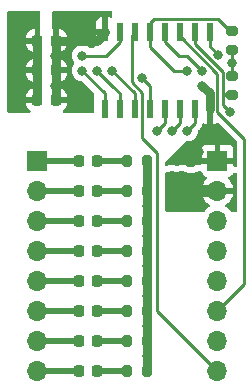
<source format=gbr>
%TF.GenerationSoftware,KiCad,Pcbnew,7.0.8*%
%TF.CreationDate,2023-10-11T21:25:33+02:00*%
%TF.ProjectId,test_sr,74657374-5f73-4722-9e6b-696361645f70,rev?*%
%TF.SameCoordinates,Original*%
%TF.FileFunction,Copper,L1,Top*%
%TF.FilePolarity,Positive*%
%FSLAX46Y46*%
G04 Gerber Fmt 4.6, Leading zero omitted, Abs format (unit mm)*
G04 Created by KiCad (PCBNEW 7.0.8) date 2023-10-11 21:25:33*
%MOMM*%
%LPD*%
G01*
G04 APERTURE LIST*
G04 Aperture macros list*
%AMRoundRect*
0 Rectangle with rounded corners*
0 $1 Rounding radius*
0 $2 $3 $4 $5 $6 $7 $8 $9 X,Y pos of 4 corners*
0 Add a 4 corners polygon primitive as box body*
4,1,4,$2,$3,$4,$5,$6,$7,$8,$9,$2,$3,0*
0 Add four circle primitives for the rounded corners*
1,1,$1+$1,$2,$3*
1,1,$1+$1,$4,$5*
1,1,$1+$1,$6,$7*
1,1,$1+$1,$8,$9*
0 Add four rect primitives between the rounded corners*
20,1,$1+$1,$2,$3,$4,$5,0*
20,1,$1+$1,$4,$5,$6,$7,0*
20,1,$1+$1,$6,$7,$8,$9,0*
20,1,$1+$1,$8,$9,$2,$3,0*%
G04 Aperture macros list end*
%TA.AperFunction,SMDPad,CuDef*%
%ADD10RoundRect,0.200000X0.275000X-0.200000X0.275000X0.200000X-0.275000X0.200000X-0.275000X-0.200000X0*%
%TD*%
%TA.AperFunction,SMDPad,CuDef*%
%ADD11RoundRect,0.200000X-0.275000X0.200000X-0.275000X-0.200000X0.275000X-0.200000X0.275000X0.200000X0*%
%TD*%
%TA.AperFunction,SMDPad,CuDef*%
%ADD12RoundRect,0.225000X0.225000X0.250000X-0.225000X0.250000X-0.225000X-0.250000X0.225000X-0.250000X0*%
%TD*%
%TA.AperFunction,SMDPad,CuDef*%
%ADD13RoundRect,0.218750X0.218750X0.256250X-0.218750X0.256250X-0.218750X-0.256250X0.218750X-0.256250X0*%
%TD*%
%TA.AperFunction,SMDPad,CuDef*%
%ADD14RoundRect,0.200000X-0.200000X-0.275000X0.200000X-0.275000X0.200000X0.275000X-0.200000X0.275000X0*%
%TD*%
%TA.AperFunction,ComponentPad*%
%ADD15R,1.700000X1.700000*%
%TD*%
%TA.AperFunction,ComponentPad*%
%ADD16O,1.700000X1.700000*%
%TD*%
%TA.AperFunction,SMDPad,CuDef*%
%ADD17RoundRect,0.137500X0.137500X-0.662500X0.137500X0.662500X-0.137500X0.662500X-0.137500X-0.662500X0*%
%TD*%
%TA.AperFunction,ViaPad*%
%ADD18C,0.800000*%
%TD*%
%TA.AperFunction,Conductor*%
%ADD19C,0.250000*%
%TD*%
%TA.AperFunction,Conductor*%
%ADD20C,1.000000*%
%TD*%
%TA.AperFunction,Conductor*%
%ADD21C,0.750000*%
%TD*%
%TA.AperFunction,Conductor*%
%ADD22C,0.500000*%
%TD*%
G04 APERTURE END LIST*
D10*
%TO.P,R10,1*%
%TO.N,/N_SR_CLR*%
X62230000Y-50355000D03*
%TO.P,R10,2*%
%TO.N,GND*%
X62230000Y-48705000D03*
%TD*%
D11*
%TO.P,R9,1*%
%TO.N,/N_OE*%
X62230000Y-44895000D03*
%TO.P,R9,2*%
%TO.N,GND*%
X62230000Y-46545000D03*
%TD*%
D12*
%TO.P,C3,1*%
%TO.N,+3.3V*%
X47270000Y-45720000D03*
%TO.P,C3,2*%
%TO.N,GND*%
X45720000Y-45720000D03*
%TD*%
D13*
%TO.P,D7,1,K*%
%TO.N,Net-(D7-K)*%
X50800000Y-71120000D03*
%TO.P,D7,2,A*%
%TO.N,/QG*%
X49225000Y-71120000D03*
%TD*%
D12*
%TO.P,C1,1*%
%TO.N,+3.3V*%
X47270000Y-50740000D03*
%TO.P,C1,2*%
%TO.N,GND*%
X45720000Y-50740000D03*
%TD*%
D13*
%TO.P,D2,1,K*%
%TO.N,Net-(D2-K)*%
X50800000Y-58420000D03*
%TO.P,D2,2,A*%
%TO.N,/QB*%
X49225000Y-58420000D03*
%TD*%
D14*
%TO.P,R8,1*%
%TO.N,Net-(D8-K)*%
X53340000Y-73660000D03*
%TO.P,R8,2*%
%TO.N,GND*%
X54990000Y-73660000D03*
%TD*%
D15*
%TO.P,J1,1,Pin_1*%
%TO.N,/QA*%
X45720000Y-55880000D03*
D16*
%TO.P,J1,2,Pin_2*%
%TO.N,/QB*%
X45720000Y-58420000D03*
%TO.P,J1,3,Pin_3*%
%TO.N,/QC*%
X45720000Y-60960000D03*
%TO.P,J1,4,Pin_4*%
%TO.N,/QD*%
X45720000Y-63500000D03*
%TO.P,J1,5,Pin_5*%
%TO.N,/QE*%
X45720000Y-66040000D03*
%TO.P,J1,6,Pin_6*%
%TO.N,/QF*%
X45720000Y-68580000D03*
%TO.P,J1,7,Pin_7*%
%TO.N,/QG*%
X45720000Y-71120000D03*
%TO.P,J1,8,Pin_8*%
%TO.N,/QH*%
X45720000Y-73660000D03*
%TD*%
D13*
%TO.P,D6,1,K*%
%TO.N,Net-(D6-K)*%
X50800000Y-68580000D03*
%TO.P,D6,2,A*%
%TO.N,/QF*%
X49225000Y-68580000D03*
%TD*%
D12*
%TO.P,C2,1*%
%TO.N,+3.3V*%
X47270000Y-48230000D03*
%TO.P,C2,2*%
%TO.N,GND*%
X45720000Y-48230000D03*
%TD*%
D14*
%TO.P,R5,1*%
%TO.N,Net-(D5-K)*%
X53340000Y-66040000D03*
%TO.P,R5,2*%
%TO.N,GND*%
X54990000Y-66040000D03*
%TD*%
%TO.P,R2,1*%
%TO.N,Net-(D2-K)*%
X53340000Y-58420000D03*
%TO.P,R2,2*%
%TO.N,GND*%
X54990000Y-58420000D03*
%TD*%
%TO.P,R3,1*%
%TO.N,Net-(D3-K)*%
X53340000Y-60960000D03*
%TO.P,R3,2*%
%TO.N,GND*%
X54990000Y-60960000D03*
%TD*%
%TO.P,R4,1*%
%TO.N,Net-(D4-K)*%
X53340000Y-63500000D03*
%TO.P,R4,2*%
%TO.N,GND*%
X54990000Y-63500000D03*
%TD*%
%TO.P,R6,1*%
%TO.N,Net-(D6-K)*%
X53340000Y-68580000D03*
%TO.P,R6,2*%
%TO.N,GND*%
X54990000Y-68580000D03*
%TD*%
D15*
%TO.P,J2,1,Pin_1*%
%TO.N,GND*%
X60960000Y-55880000D03*
D16*
%TO.P,J2,2,Pin_2*%
%TO.N,+3.3V*%
X60960000Y-58420000D03*
%TO.P,J2,3,Pin_3*%
%TO.N,/SEROUT*%
X60960000Y-60960000D03*
%TO.P,J2,4,Pin_4*%
%TO.N,/N_SR_CLR*%
X60960000Y-63500000D03*
%TO.P,J2,5,Pin_5*%
%TO.N,/R_CLK*%
X60960000Y-66040000D03*
%TO.P,J2,6,Pin_6*%
%TO.N,/SR_CLK*%
X60960000Y-68580000D03*
%TO.P,J2,7,Pin_7*%
%TO.N,/N_OE*%
X60960000Y-71120000D03*
%TO.P,J2,8,Pin_8*%
%TO.N,/SER*%
X60960000Y-73660000D03*
%TD*%
D13*
%TO.P,D1,1,K*%
%TO.N,Net-(D1-K)*%
X50800000Y-55880000D03*
%TO.P,D1,2,A*%
%TO.N,/QA*%
X49225000Y-55880000D03*
%TD*%
D14*
%TO.P,R7,1*%
%TO.N,Net-(D7-K)*%
X53340000Y-71120000D03*
%TO.P,R7,2*%
%TO.N,GND*%
X54990000Y-71120000D03*
%TD*%
D13*
%TO.P,D3,1,K*%
%TO.N,Net-(D3-K)*%
X50800000Y-60960000D03*
%TO.P,D3,2,A*%
%TO.N,/QC*%
X49225000Y-60960000D03*
%TD*%
%TO.P,D8,1,K*%
%TO.N,Net-(D8-K)*%
X50800000Y-73660000D03*
%TO.P,D8,2,A*%
%TO.N,/QH*%
X49225000Y-73660000D03*
%TD*%
%TO.P,D5,1,K*%
%TO.N,Net-(D5-K)*%
X50800000Y-66040000D03*
%TO.P,D5,2,A*%
%TO.N,/QE*%
X49225000Y-66040000D03*
%TD*%
D17*
%TO.P,U1,1,QB*%
%TO.N,/QB*%
X51435000Y-51510000D03*
%TO.P,U1,2,QC*%
%TO.N,/QC*%
X52705000Y-51510000D03*
%TO.P,U1,3,QD*%
%TO.N,/QD*%
X53975000Y-51510000D03*
%TO.P,U1,4,QE*%
%TO.N,/QE*%
X55245000Y-51510000D03*
%TO.P,U1,5,QF*%
%TO.N,/QF*%
X56515000Y-51510000D03*
%TO.P,U1,6,QG*%
%TO.N,/QG*%
X57785000Y-51510000D03*
%TO.P,U1,7,QH*%
%TO.N,/QH*%
X59055000Y-51510000D03*
%TO.P,U1,8,GND*%
%TO.N,GND*%
X60325000Y-51510000D03*
%TO.P,U1,9,QH'*%
%TO.N,/SEROUT*%
X60325000Y-45010000D03*
%TO.P,U1,10,~{SRCLR}*%
%TO.N,/N_SR_CLR*%
X59055000Y-45010000D03*
%TO.P,U1,11,SRCLK*%
%TO.N,/SR_CLK*%
X57785000Y-45010000D03*
%TO.P,U1,12,RCLK*%
%TO.N,/R_CLK*%
X56515000Y-45010000D03*
%TO.P,U1,13,~{OE}*%
%TO.N,/N_OE*%
X55245000Y-45010000D03*
%TO.P,U1,14,SER*%
%TO.N,/SER*%
X53975000Y-45010000D03*
%TO.P,U1,15,QA*%
%TO.N,/QA*%
X52705000Y-45010000D03*
%TO.P,U1,16,VCC*%
%TO.N,+3.3V*%
X51435000Y-45010000D03*
%TD*%
D14*
%TO.P,R1,1*%
%TO.N,Net-(D1-K)*%
X53340000Y-55880000D03*
%TO.P,R1,2*%
%TO.N,GND*%
X54990000Y-55880000D03*
%TD*%
D13*
%TO.P,D4,1,K*%
%TO.N,Net-(D4-K)*%
X50800000Y-63500000D03*
%TO.P,D4,2,A*%
%TO.N,/QD*%
X49225000Y-63500000D03*
%TD*%
D18*
%TO.N,GND*%
X59436000Y-55118000D03*
X60452000Y-53594000D03*
X61468000Y-53594000D03*
%TO.N,+3.3V*%
X57112500Y-59690000D03*
X57949500Y-59690000D03*
X57949500Y-57150000D03*
X57112500Y-57150000D03*
X59436000Y-59690000D03*
X59436000Y-57150000D03*
X59436000Y-58420000D03*
X47244000Y-49530000D03*
X47244000Y-46990000D03*
%TO.N,/SEROUT*%
X61033149Y-46916850D03*
%TO.N,GND*%
X62230000Y-47625000D03*
X54990000Y-67310000D03*
X54990000Y-62230000D03*
X54990000Y-59690000D03*
X54990000Y-64770000D03*
X59690000Y-49530000D03*
X45720000Y-49530000D03*
X45720000Y-46990000D03*
X54990000Y-69850000D03*
X54990000Y-72390000D03*
%TO.N,+3.3V*%
X49530000Y-45720000D03*
%TO.N,/QA*%
X49530000Y-46990000D03*
%TO.N,/QB*%
X49530000Y-48260000D03*
%TO.N,/QC*%
X50800000Y-48260000D03*
%TO.N,/QD*%
X52070000Y-48260000D03*
%TO.N,/QE*%
X54610000Y-48895000D03*
%TO.N,/QF*%
X55880000Y-53340000D03*
%TO.N,/QG*%
X57150000Y-53340000D03*
%TO.N,/QH*%
X58420000Y-53340000D03*
%TO.N,/N_SR_CLR*%
X62020750Y-51771250D03*
%TO.N,/R_CLK*%
X59690000Y-48260000D03*
%TO.N,/N_OE*%
X58420000Y-48260000D03*
%TD*%
D19*
%TO.N,/SR_CLK*%
X63246000Y-54021805D02*
X63246000Y-66294000D01*
X60960000Y-51735805D02*
X63246000Y-54021805D01*
X63246000Y-66294000D02*
X60960000Y-68580000D01*
X60960000Y-48504695D02*
X60960000Y-51735805D01*
X57785000Y-45329695D02*
X60960000Y-48504695D01*
X57785000Y-45010000D02*
X57785000Y-45329695D01*
%TO.N,/N_SR_CLR*%
X62020750Y-51771250D02*
X61430000Y-51180500D01*
X61430000Y-51180500D02*
X61430000Y-50165000D01*
%TO.N,/SEROUT*%
X61341000Y-60960000D02*
X60960000Y-60960000D01*
D20*
%TO.N,+3.3V*%
X60960000Y-58420000D02*
X59436000Y-58420000D01*
X61007750Y-58420000D02*
X59436000Y-58420000D01*
D19*
%TO.N,/SER*%
X55880000Y-68580000D02*
X60960000Y-73660000D01*
X55880000Y-55245000D02*
X55880000Y-68580000D01*
X54610000Y-50163604D02*
X54610000Y-53975000D01*
X54610000Y-53975000D02*
X55880000Y-55245000D01*
X53700000Y-49253604D02*
X54610000Y-50163604D01*
X53700000Y-45285000D02*
X53700000Y-49253604D01*
X53975000Y-45010000D02*
X53700000Y-45285000D01*
D21*
%TO.N,+3.3V*%
X47270000Y-49504000D02*
X47270000Y-48230000D01*
X47244000Y-49530000D02*
X47270000Y-49504000D01*
X47270000Y-49556000D02*
X47244000Y-49530000D01*
X47270000Y-46964000D02*
X47270000Y-45720000D01*
D19*
X47244000Y-46990000D02*
X47270000Y-46964000D01*
X47270000Y-47016000D02*
X47244000Y-46990000D01*
%TO.N,/SEROUT*%
X60325000Y-46208701D02*
X61033149Y-46916850D01*
X60325000Y-45010000D02*
X60325000Y-46208701D01*
%TO.N,GND*%
X62230000Y-47625000D02*
X62230000Y-48705000D01*
X62230000Y-46545000D02*
X62230000Y-47625000D01*
%TO.N,/N_OE*%
X62040000Y-44895000D02*
X62230000Y-44895000D01*
X61030000Y-43885000D02*
X62040000Y-44895000D01*
%TO.N,/N_SR_CLR*%
X62230000Y-50355000D02*
X61875000Y-50355000D01*
X61620000Y-50355000D02*
X61430000Y-50165000D01*
X62230000Y-50355000D02*
X61620000Y-50355000D01*
X61430000Y-48338299D02*
X61430000Y-50165000D01*
X59055000Y-45963299D02*
X61430000Y-48338299D01*
%TO.N,/N_OE*%
X55245000Y-44210000D02*
X55570000Y-43885000D01*
X55570000Y-43885000D02*
X61030000Y-43885000D01*
X55245000Y-45010000D02*
X55245000Y-44210000D01*
D22*
%TO.N,Net-(D1-K)*%
X50800000Y-55880000D02*
X53340000Y-55880000D01*
%TO.N,Net-(D2-K)*%
X50800000Y-58420000D02*
X53340000Y-58420000D01*
%TO.N,Net-(D3-K)*%
X50800000Y-60960000D02*
X53340000Y-60960000D01*
%TO.N,Net-(D4-K)*%
X50800000Y-63500000D02*
X53340000Y-63500000D01*
%TO.N,Net-(D5-K)*%
X50800000Y-66040000D02*
X53340000Y-66040000D01*
%TO.N,Net-(D6-K)*%
X50800000Y-68580000D02*
X53340000Y-68580000D01*
%TO.N,Net-(D7-K)*%
X50800000Y-71120000D02*
X53340000Y-71120000D01*
%TO.N,Net-(D8-K)*%
X50800000Y-73660000D02*
X53340000Y-73660000D01*
D21*
%TO.N,GND*%
X45720000Y-49530000D02*
X45720000Y-48230000D01*
X60325000Y-51510000D02*
X60325000Y-50165000D01*
X60325000Y-50165000D02*
X59690000Y-49530000D01*
X45720000Y-46990000D02*
X45720000Y-48230000D01*
X45720000Y-45720000D02*
X45720000Y-46990000D01*
X45720000Y-50740000D02*
X45720000Y-49530000D01*
X54990000Y-55880000D02*
X54990000Y-73660000D01*
D19*
X45720000Y-50740000D02*
X45720000Y-50800000D01*
D21*
%TO.N,+3.3V*%
X47270000Y-48230000D02*
X47270000Y-47016000D01*
X50725000Y-45720000D02*
X49530000Y-45720000D01*
X51435000Y-45010000D02*
X50725000Y-45720000D01*
X49530000Y-45720000D02*
X47270000Y-45720000D01*
X47270000Y-50740000D02*
X47270000Y-49556000D01*
D22*
%TO.N,/QA*%
X49225000Y-55880000D02*
X45720000Y-55880000D01*
D19*
X51525000Y-46990000D02*
X49530000Y-46990000D01*
X52705000Y-45810000D02*
X51525000Y-46990000D01*
X52705000Y-45010000D02*
X52705000Y-45810000D01*
%TO.N,/QB*%
X51435000Y-50165000D02*
X49530000Y-48260000D01*
D22*
X49225000Y-58420000D02*
X45720000Y-58420000D01*
D19*
X51435000Y-51510000D02*
X51435000Y-50165000D01*
%TO.N,/QC*%
X52705000Y-50165000D02*
X52070000Y-49530000D01*
X52705000Y-51510000D02*
X52705000Y-50165000D01*
D22*
X45720000Y-60960000D02*
X49225000Y-60960000D01*
D19*
X52070000Y-49530000D02*
X50800000Y-48260000D01*
D22*
%TO.N,/QD*%
X45720000Y-63500000D02*
X49225000Y-63500000D01*
D19*
X53975000Y-51510000D02*
X53975000Y-50165000D01*
X53975000Y-50165000D02*
X52070000Y-48260000D01*
D22*
%TO.N,/QE*%
X45720000Y-66040000D02*
X49225000Y-66040000D01*
D19*
X55245000Y-51510000D02*
X55245000Y-49530000D01*
X55245000Y-49530000D02*
X54610000Y-48895000D01*
%TO.N,/QF*%
X56515000Y-51510000D02*
X56515000Y-52705000D01*
D22*
X45720000Y-68580000D02*
X49225000Y-68580000D01*
D19*
X56515000Y-52705000D02*
X55880000Y-53340000D01*
%TO.N,/QG*%
X57785000Y-52705000D02*
X57150000Y-53340000D01*
D22*
X45720000Y-71120000D02*
X49225000Y-71120000D01*
D19*
X57785000Y-51510000D02*
X57785000Y-52705000D01*
%TO.N,/QH*%
X59055000Y-52705000D02*
X58420000Y-53340000D01*
X59055000Y-51510000D02*
X59055000Y-52705000D01*
D22*
X45720000Y-73660000D02*
X49225000Y-73660000D01*
D19*
%TO.N,/N_SR_CLR*%
X59055000Y-45010000D02*
X59055000Y-45963299D01*
%TO.N,/R_CLK*%
X58420000Y-46990000D02*
X59690000Y-48260000D01*
X57695000Y-46990000D02*
X58420000Y-46990000D01*
X56515000Y-45010000D02*
X56515000Y-45810000D01*
X56515000Y-45810000D02*
X57695000Y-46990000D01*
%TO.N,/N_OE*%
X55245000Y-46245926D02*
X57259074Y-48260000D01*
X55245000Y-45010000D02*
X55245000Y-46245926D01*
X57259074Y-48260000D02*
X58420000Y-48260000D01*
%TD*%
%TA.AperFunction,Conductor*%
%TO.N,GND*%
G36*
X45917039Y-43200185D02*
G01*
X45962794Y-43252989D01*
X45974000Y-43304500D01*
X45974000Y-44689638D01*
X45970000Y-44703260D01*
X45970000Y-46721867D01*
X45971166Y-46724003D01*
X45974000Y-46750361D01*
X45974000Y-47199638D01*
X45970000Y-47213260D01*
X45970000Y-49231867D01*
X45971166Y-49234003D01*
X45974000Y-49260361D01*
X45974000Y-49709638D01*
X45970000Y-49723260D01*
X45970000Y-50866000D01*
X45950315Y-50933039D01*
X45897511Y-50978794D01*
X45846000Y-50990000D01*
X44770001Y-50990000D01*
X44770001Y-51038322D01*
X44780144Y-51137607D01*
X44833452Y-51298481D01*
X44833457Y-51298492D01*
X44922424Y-51442728D01*
X44922427Y-51442732D01*
X45042267Y-51562572D01*
X45042271Y-51562575D01*
X45080997Y-51586462D01*
X45127722Y-51638410D01*
X45138943Y-51707372D01*
X45111100Y-51771454D01*
X45053031Y-51810310D01*
X45015900Y-51816000D01*
X43304500Y-51816000D01*
X43237461Y-51796315D01*
X43191706Y-51743511D01*
X43180500Y-51692000D01*
X43180500Y-50490000D01*
X44770000Y-50490000D01*
X45470000Y-50490000D01*
X45470000Y-49764999D01*
X45446693Y-49765000D01*
X45446674Y-49765001D01*
X45347392Y-49775144D01*
X45186518Y-49828452D01*
X45186507Y-49828457D01*
X45042271Y-49917424D01*
X45042267Y-49917427D01*
X44922427Y-50037267D01*
X44922424Y-50037271D01*
X44833457Y-50181507D01*
X44833452Y-50181518D01*
X44780144Y-50342393D01*
X44770000Y-50441677D01*
X44770000Y-50490000D01*
X43180500Y-50490000D01*
X43180500Y-48480000D01*
X44770001Y-48480000D01*
X44770001Y-48528322D01*
X44780144Y-48627607D01*
X44833452Y-48788481D01*
X44833457Y-48788492D01*
X44922424Y-48932728D01*
X44922427Y-48932732D01*
X45042267Y-49052572D01*
X45042271Y-49052575D01*
X45186507Y-49141542D01*
X45186518Y-49141547D01*
X45347393Y-49194855D01*
X45446683Y-49204999D01*
X45470000Y-49204998D01*
X45470000Y-48480000D01*
X44770001Y-48480000D01*
X43180500Y-48480000D01*
X43180500Y-47980000D01*
X44770000Y-47980000D01*
X45470000Y-47980000D01*
X45470000Y-47254999D01*
X45446693Y-47255000D01*
X45446674Y-47255001D01*
X45347392Y-47265144D01*
X45186518Y-47318452D01*
X45186507Y-47318457D01*
X45042271Y-47407424D01*
X45042267Y-47407427D01*
X44922427Y-47527267D01*
X44922424Y-47527271D01*
X44833457Y-47671507D01*
X44833452Y-47671518D01*
X44780144Y-47832393D01*
X44770000Y-47931677D01*
X44770000Y-47980000D01*
X43180500Y-47980000D01*
X43180500Y-45970000D01*
X44770001Y-45970000D01*
X44770001Y-46018322D01*
X44780144Y-46117607D01*
X44833452Y-46278481D01*
X44833457Y-46278492D01*
X44922424Y-46422728D01*
X44922427Y-46422732D01*
X45042267Y-46542572D01*
X45042271Y-46542575D01*
X45186507Y-46631542D01*
X45186518Y-46631547D01*
X45347393Y-46684855D01*
X45446683Y-46694999D01*
X45470000Y-46694998D01*
X45470000Y-45970000D01*
X44770001Y-45970000D01*
X43180500Y-45970000D01*
X43180500Y-45470000D01*
X44770000Y-45470000D01*
X45470000Y-45470000D01*
X45470000Y-44744999D01*
X45446693Y-44745000D01*
X45446674Y-44745001D01*
X45347392Y-44755144D01*
X45186518Y-44808452D01*
X45186507Y-44808457D01*
X45042271Y-44897424D01*
X45042267Y-44897427D01*
X44922427Y-45017267D01*
X44922424Y-45017271D01*
X44833457Y-45161507D01*
X44833452Y-45161518D01*
X44780144Y-45322393D01*
X44770000Y-45421677D01*
X44770000Y-45470000D01*
X43180500Y-45470000D01*
X43180500Y-43304500D01*
X43200185Y-43237461D01*
X43252989Y-43191706D01*
X43304500Y-43180500D01*
X45850000Y-43180500D01*
X45917039Y-43200185D01*
G37*
%TD.AperFunction*%
%TD*%
%TA.AperFunction,Conductor*%
%TO.N,+3.3V*%
G36*
X52013039Y-43200185D02*
G01*
X52058794Y-43252989D01*
X52070000Y-43304500D01*
X52070000Y-43683685D01*
X52050315Y-43750724D01*
X51997511Y-43796479D01*
X51928353Y-43806423D01*
X51882880Y-43790417D01*
X51827696Y-43757782D01*
X51827689Y-43757778D01*
X51685001Y-43716323D01*
X51685000Y-43716324D01*
X51685000Y-45089000D01*
X51514000Y-45260000D01*
X50660001Y-45260000D01*
X50660001Y-45736883D01*
X50662844Y-45773021D01*
X50707780Y-45927692D01*
X50707783Y-45927699D01*
X50710298Y-45931952D01*
X50727479Y-45999676D01*
X50705319Y-46065938D01*
X50691247Y-46082752D01*
X50546000Y-46228000D01*
X50546000Y-46240500D01*
X50526315Y-46307539D01*
X50473511Y-46353294D01*
X50422000Y-46364500D01*
X50233748Y-46364500D01*
X50166709Y-46344815D01*
X50141600Y-46323474D01*
X50135873Y-46317114D01*
X50135869Y-46317110D01*
X49982734Y-46205851D01*
X49982729Y-46205848D01*
X49809807Y-46128857D01*
X49809802Y-46128855D01*
X49664001Y-46097865D01*
X49624646Y-46089500D01*
X49435354Y-46089500D01*
X49402897Y-46096398D01*
X49250197Y-46128855D01*
X49250192Y-46128857D01*
X49077270Y-46205848D01*
X49077265Y-46205851D01*
X48924129Y-46317111D01*
X48797466Y-46457785D01*
X48702821Y-46621715D01*
X48702818Y-46621722D01*
X48652573Y-46776361D01*
X48644326Y-46801744D01*
X48624540Y-46990000D01*
X48644326Y-47178256D01*
X48644327Y-47178259D01*
X48702818Y-47358277D01*
X48702821Y-47358284D01*
X48797467Y-47522216D01*
X48802015Y-47527267D01*
X48815307Y-47542030D01*
X48845535Y-47605022D01*
X48836909Y-47674357D01*
X48815307Y-47707970D01*
X48797466Y-47727785D01*
X48702821Y-47891715D01*
X48702818Y-47891722D01*
X48644327Y-48071740D01*
X48644326Y-48071744D01*
X48624540Y-48260000D01*
X48644326Y-48448256D01*
X48644327Y-48448259D01*
X48702818Y-48628277D01*
X48702821Y-48628284D01*
X48797467Y-48792216D01*
X48923985Y-48932728D01*
X48924129Y-48932888D01*
X49077265Y-49044148D01*
X49077270Y-49044151D01*
X49250192Y-49121142D01*
X49250197Y-49121144D01*
X49435354Y-49160500D01*
X49494548Y-49160500D01*
X49561587Y-49180185D01*
X49582229Y-49196819D01*
X50509681Y-50124271D01*
X50543166Y-50185594D01*
X50546000Y-50211952D01*
X50546000Y-51692000D01*
X50526315Y-51759039D01*
X50473511Y-51804794D01*
X50422000Y-51816000D01*
X47974100Y-51816000D01*
X47907061Y-51796315D01*
X47861306Y-51743511D01*
X47851362Y-51674353D01*
X47880387Y-51610797D01*
X47909003Y-51586462D01*
X47947728Y-51562575D01*
X47947732Y-51562572D01*
X48067572Y-51442732D01*
X48067575Y-51442728D01*
X48156542Y-51298492D01*
X48156547Y-51298481D01*
X48209855Y-51137606D01*
X48219999Y-51038322D01*
X48220000Y-51038309D01*
X48220000Y-50990000D01*
X47144000Y-50990000D01*
X47076961Y-50970315D01*
X47031206Y-50917511D01*
X47020000Y-50866000D01*
X47020000Y-49765000D01*
X47520000Y-49765000D01*
X47520000Y-50490000D01*
X48219999Y-50490000D01*
X48219999Y-50441692D01*
X48219998Y-50441677D01*
X48209855Y-50342392D01*
X48156547Y-50181518D01*
X48156542Y-50181507D01*
X48067575Y-50037271D01*
X48067572Y-50037267D01*
X47947732Y-49917427D01*
X47947728Y-49917424D01*
X47803492Y-49828457D01*
X47803481Y-49828452D01*
X47642606Y-49775144D01*
X47543322Y-49765000D01*
X47520000Y-49765000D01*
X47020000Y-49765000D01*
X47020000Y-49759746D01*
X46992834Y-49709997D01*
X46990000Y-49683637D01*
X46990000Y-49286361D01*
X47009685Y-49219322D01*
X47020000Y-49206520D01*
X47020000Y-48480000D01*
X47520000Y-48480000D01*
X47520000Y-49204999D01*
X47543308Y-49204999D01*
X47543322Y-49204998D01*
X47642607Y-49194855D01*
X47803481Y-49141547D01*
X47803492Y-49141542D01*
X47947728Y-49052575D01*
X47947732Y-49052572D01*
X48067572Y-48932732D01*
X48067575Y-48932728D01*
X48156542Y-48788492D01*
X48156547Y-48788481D01*
X48209855Y-48627606D01*
X48219999Y-48528322D01*
X48220000Y-48528309D01*
X48220000Y-48480000D01*
X47520000Y-48480000D01*
X47020000Y-48480000D01*
X47020000Y-47255000D01*
X47520000Y-47255000D01*
X47520000Y-47980000D01*
X48219999Y-47980000D01*
X48219999Y-47931692D01*
X48219998Y-47931677D01*
X48209855Y-47832392D01*
X48156547Y-47671518D01*
X48156542Y-47671507D01*
X48067575Y-47527271D01*
X48067572Y-47527267D01*
X47947732Y-47407427D01*
X47947728Y-47407424D01*
X47803492Y-47318457D01*
X47803481Y-47318452D01*
X47642606Y-47265144D01*
X47543322Y-47255000D01*
X47520000Y-47255000D01*
X47020000Y-47255000D01*
X47020000Y-47249746D01*
X46992834Y-47199997D01*
X46990000Y-47173637D01*
X46990000Y-46776361D01*
X47009685Y-46709322D01*
X47020000Y-46696520D01*
X47020000Y-45970000D01*
X47520000Y-45970000D01*
X47520000Y-46694999D01*
X47543308Y-46694999D01*
X47543322Y-46694998D01*
X47642607Y-46684855D01*
X47803481Y-46631547D01*
X47803492Y-46631542D01*
X47947728Y-46542575D01*
X47947732Y-46542572D01*
X48067572Y-46422732D01*
X48067575Y-46422728D01*
X48156542Y-46278492D01*
X48156547Y-46278481D01*
X48209855Y-46117606D01*
X48219999Y-46018322D01*
X48220000Y-46018309D01*
X48220000Y-45970000D01*
X47520000Y-45970000D01*
X47020000Y-45970000D01*
X47020000Y-44745000D01*
X47520000Y-44745000D01*
X47520000Y-45470000D01*
X48219999Y-45470000D01*
X48219999Y-45421692D01*
X48219998Y-45421677D01*
X48209855Y-45322392D01*
X48156547Y-45161518D01*
X48156542Y-45161507D01*
X48067575Y-45017271D01*
X48067572Y-45017267D01*
X47947732Y-44897427D01*
X47947728Y-44897424D01*
X47803492Y-44808457D01*
X47803481Y-44808452D01*
X47657261Y-44760000D01*
X50660000Y-44760000D01*
X51185000Y-44760000D01*
X51185000Y-43716324D01*
X51184998Y-43716323D01*
X51042310Y-43757778D01*
X51042307Y-43757780D01*
X50903668Y-43839770D01*
X50903660Y-43839776D01*
X50789776Y-43953660D01*
X50789770Y-43953668D01*
X50707780Y-44092307D01*
X50707779Y-44092310D01*
X50662844Y-44246975D01*
X50662843Y-44246981D01*
X50660000Y-44283115D01*
X50660000Y-44760000D01*
X47657261Y-44760000D01*
X47642606Y-44755144D01*
X47543322Y-44745000D01*
X47520000Y-44745000D01*
X47020000Y-44745000D01*
X47020000Y-44739746D01*
X46992834Y-44689997D01*
X46990000Y-44663637D01*
X46990000Y-43304500D01*
X47009685Y-43237461D01*
X47062489Y-43191706D01*
X47114000Y-43180500D01*
X51946000Y-43180500D01*
X52013039Y-43200185D01*
G37*
%TD.AperFunction*%
%TD*%
%TA.AperFunction,Conductor*%
%TO.N,+3.3V*%
G36*
X59489316Y-56755000D02*
G01*
X59489321Y-56755000D01*
X59489321Y-56755101D01*
X59489355Y-56755742D01*
X59554280Y-56767440D01*
X59605428Y-56815038D01*
X59614984Y-56835004D01*
X59666202Y-56972328D01*
X59666206Y-56972335D01*
X59752452Y-57087544D01*
X59752455Y-57087547D01*
X59867664Y-57173793D01*
X59867671Y-57173797D01*
X59867674Y-57173798D01*
X59999598Y-57223002D01*
X60055531Y-57264873D01*
X60079949Y-57330337D01*
X60065098Y-57398610D01*
X60043947Y-57426865D01*
X59921886Y-57548926D01*
X59786400Y-57742420D01*
X59786399Y-57742422D01*
X59686570Y-57956507D01*
X59686567Y-57956513D01*
X59629364Y-58169999D01*
X59629364Y-58170000D01*
X60526314Y-58170000D01*
X60500507Y-58210156D01*
X60460000Y-58348111D01*
X60460000Y-58491889D01*
X60500507Y-58629844D01*
X60526314Y-58670000D01*
X59629364Y-58670000D01*
X59686567Y-58883486D01*
X59686570Y-58883492D01*
X59786399Y-59097578D01*
X59921894Y-59291082D01*
X60088917Y-59458105D01*
X60274595Y-59588119D01*
X60318219Y-59642696D01*
X60325412Y-59712195D01*
X60293890Y-59774549D01*
X60274595Y-59791269D01*
X60088594Y-59921508D01*
X59921508Y-60088594D01*
X59881926Y-60145124D01*
X59827349Y-60188748D01*
X59780351Y-60198000D01*
X56629500Y-60198000D01*
X56562461Y-60178315D01*
X56516706Y-60125511D01*
X56505500Y-60074000D01*
X56505500Y-56990717D01*
X56525185Y-56923678D01*
X56577989Y-56877923D01*
X56630681Y-56866723D01*
X56664130Y-56867041D01*
X56677859Y-56867172D01*
X56677859Y-56867171D01*
X56677862Y-56867172D01*
X56747112Y-56857887D01*
X56747114Y-56857886D01*
X56872141Y-56822463D01*
X56885540Y-56818667D01*
X56885541Y-56818666D01*
X56885546Y-56818665D01*
X56977861Y-56777562D01*
X57002502Y-56769555D01*
X57058242Y-56757708D01*
X57084014Y-56755000D01*
X57140988Y-56755000D01*
X57166769Y-56757710D01*
X57222482Y-56769552D01*
X57247133Y-56777560D01*
X57290355Y-56796804D01*
X57290361Y-56796806D01*
X57290362Y-56796807D01*
X57313276Y-56805228D01*
X57321987Y-56808430D01*
X57369776Y-56822462D01*
X57435480Y-56837082D01*
X57471448Y-56837425D01*
X57579351Y-56838454D01*
X57579351Y-56838453D01*
X57579354Y-56838454D01*
X57648604Y-56829170D01*
X57648609Y-56829169D01*
X57787041Y-56789949D01*
X57814854Y-56777565D01*
X57839509Y-56769553D01*
X57857453Y-56765739D01*
X57895240Y-56757709D01*
X57921018Y-56755000D01*
X57977986Y-56755000D01*
X58003764Y-56757708D01*
X58059483Y-56769551D01*
X58084140Y-56777563D01*
X58215687Y-56836133D01*
X58222075Y-56839220D01*
X58222085Y-56839222D01*
X58222518Y-56839377D01*
X58226939Y-56841144D01*
X58230393Y-56842681D01*
X58232047Y-56844086D01*
X58261383Y-56852701D01*
X58261419Y-56852713D01*
X58267599Y-56854526D01*
X58327046Y-56871982D01*
X58327618Y-56872188D01*
X58330589Y-56873022D01*
X58330593Y-56873024D01*
X58473009Y-56893500D01*
X58473012Y-56893500D01*
X58919710Y-56893500D01*
X58919711Y-56893500D01*
X58926854Y-56893296D01*
X58933999Y-56893092D01*
X58938795Y-56892886D01*
X58948389Y-56892475D01*
X59089405Y-56863911D01*
X59146518Y-56843537D01*
X59146517Y-56843535D01*
X59146690Y-56843474D01*
X59154302Y-56843039D01*
X59177891Y-56832536D01*
X59182282Y-56830778D01*
X59183307Y-56830412D01*
X59186671Y-56828626D01*
X59188873Y-56827645D01*
X59188874Y-56827646D01*
X59301366Y-56777560D01*
X59325999Y-56769556D01*
X59381741Y-56757708D01*
X59407514Y-56755000D01*
X59485990Y-56755000D01*
X59486000Y-56755000D01*
X59486009Y-56754998D01*
X59489306Y-56754822D01*
X59489316Y-56755000D01*
G37*
%TD.AperFunction*%
%TA.AperFunction,Conductor*%
G36*
X62389777Y-56887141D02*
G01*
X62434000Y-56893500D01*
X62434003Y-56893500D01*
X62496500Y-56893500D01*
X62563539Y-56913185D01*
X62609294Y-56965989D01*
X62620500Y-57017500D01*
X62620500Y-60074000D01*
X62600815Y-60141039D01*
X62548011Y-60186794D01*
X62496500Y-60198000D01*
X62139649Y-60198000D01*
X62072610Y-60178315D01*
X62038074Y-60145124D01*
X61998491Y-60088594D01*
X61831402Y-59921506D01*
X61831401Y-59921505D01*
X61645405Y-59791269D01*
X61601781Y-59736692D01*
X61594588Y-59667193D01*
X61626110Y-59604839D01*
X61645405Y-59588119D01*
X61831082Y-59458105D01*
X61998105Y-59291082D01*
X62133600Y-59097578D01*
X62233429Y-58883492D01*
X62233432Y-58883486D01*
X62290636Y-58670000D01*
X61393686Y-58670000D01*
X61419493Y-58629844D01*
X61460000Y-58491889D01*
X61460000Y-58348111D01*
X61419493Y-58210156D01*
X61393686Y-58170000D01*
X62290636Y-58170000D01*
X62290635Y-58169999D01*
X62233432Y-57956513D01*
X62233429Y-57956507D01*
X62133600Y-57742422D01*
X62133599Y-57742420D01*
X61998113Y-57548926D01*
X61998108Y-57548920D01*
X61876053Y-57426865D01*
X61842568Y-57365542D01*
X61847552Y-57295850D01*
X61889424Y-57239917D01*
X61920400Y-57223002D01*
X62052331Y-57173796D01*
X62167546Y-57087546D01*
X62253796Y-56972331D01*
X62255952Y-56966547D01*
X62297822Y-56910615D01*
X62363286Y-56886196D01*
X62389777Y-56887141D01*
G37*
%TD.AperFunction*%
%TD*%
%TA.AperFunction,Conductor*%
%TO.N,GND*%
G36*
X60277539Y-51279685D02*
G01*
X60323294Y-51332489D01*
X60334500Y-51384000D01*
X60334500Y-51653060D01*
X60332775Y-51668677D01*
X60333061Y-51668704D01*
X60332326Y-51676470D01*
X60334500Y-51745619D01*
X60334500Y-51775148D01*
X60334501Y-51775165D01*
X60335368Y-51782036D01*
X60335826Y-51787855D01*
X60337290Y-51834429D01*
X60337291Y-51834432D01*
X60342880Y-51853672D01*
X60346824Y-51872716D01*
X60349336Y-51892596D01*
X60366490Y-51935924D01*
X60368382Y-51941452D01*
X60381381Y-51986193D01*
X60391580Y-52003439D01*
X60400138Y-52020908D01*
X60407514Y-52039537D01*
X60434898Y-52077228D01*
X60438106Y-52082112D01*
X60461827Y-52122221D01*
X60461833Y-52122229D01*
X60475990Y-52136385D01*
X60488627Y-52151180D01*
X60500406Y-52167392D01*
X60530040Y-52191907D01*
X60569148Y-52249807D01*
X60575000Y-52287451D01*
X60575000Y-52803673D01*
X60717694Y-52762218D01*
X60717695Y-52762218D01*
X60856328Y-52680231D01*
X60862027Y-52675811D01*
X60927063Y-52650274D01*
X60995580Y-52663951D01*
X61025712Y-52686107D01*
X62584181Y-54244576D01*
X62617666Y-54305899D01*
X62620500Y-54332257D01*
X62620500Y-56264000D01*
X62600815Y-56331039D01*
X62548011Y-56376794D01*
X62496500Y-56388000D01*
X62434000Y-56388000D01*
X62366961Y-56368315D01*
X62321206Y-56315511D01*
X62310000Y-56264000D01*
X62310000Y-56130000D01*
X61393686Y-56130000D01*
X61419493Y-56089844D01*
X61460000Y-55951889D01*
X61460000Y-55808111D01*
X61419493Y-55670156D01*
X61393686Y-55630000D01*
X62310000Y-55630000D01*
X62310000Y-54982172D01*
X62309999Y-54982155D01*
X62303598Y-54922627D01*
X62303596Y-54922620D01*
X62253354Y-54787913D01*
X62253350Y-54787906D01*
X62167190Y-54672812D01*
X62167187Y-54672809D01*
X62052093Y-54586649D01*
X62052086Y-54586645D01*
X61917379Y-54536403D01*
X61917372Y-54536401D01*
X61857844Y-54530000D01*
X61210000Y-54530000D01*
X61210000Y-55444498D01*
X61102315Y-55395320D01*
X60995763Y-55380000D01*
X60924237Y-55380000D01*
X60817685Y-55395320D01*
X60710000Y-55444498D01*
X60710000Y-54530000D01*
X60062155Y-54530000D01*
X60002627Y-54536401D01*
X60002620Y-54536403D01*
X59867913Y-54586645D01*
X59867906Y-54586649D01*
X59752812Y-54672809D01*
X59752809Y-54672812D01*
X59666649Y-54787906D01*
X59666645Y-54787913D01*
X59616403Y-54922620D01*
X59616401Y-54922627D01*
X59610000Y-54982155D01*
X59610000Y-55630000D01*
X60526314Y-55630000D01*
X60500507Y-55670156D01*
X60460000Y-55808111D01*
X60460000Y-55951889D01*
X60500507Y-56089844D01*
X60526314Y-56130000D01*
X59610000Y-56130000D01*
X59608129Y-56131870D01*
X59590315Y-56192539D01*
X59537511Y-56238294D01*
X59486000Y-56249500D01*
X59341354Y-56249500D01*
X59308897Y-56256398D01*
X59156197Y-56288855D01*
X59156192Y-56288857D01*
X58983266Y-56365850D01*
X58977641Y-56369098D01*
X58976674Y-56367424D01*
X58919561Y-56387798D01*
X58912491Y-56388000D01*
X58473009Y-56388000D01*
X58407971Y-56368902D01*
X58407859Y-56369098D01*
X58407054Y-56368633D01*
X58405970Y-56368315D01*
X58403077Y-56366337D01*
X58402233Y-56365850D01*
X58229307Y-56288857D01*
X58229302Y-56288855D01*
X58083501Y-56257865D01*
X58044146Y-56249500D01*
X57854854Y-56249500D01*
X57822397Y-56256398D01*
X57669697Y-56288855D01*
X57669695Y-56288856D01*
X57581435Y-56328152D01*
X57512185Y-56337436D01*
X57480565Y-56328152D01*
X57392304Y-56288856D01*
X57392302Y-56288855D01*
X57246501Y-56257865D01*
X57207146Y-56249500D01*
X57017854Y-56249500D01*
X56985397Y-56256398D01*
X56832697Y-56288855D01*
X56832692Y-56288857D01*
X56679936Y-56356870D01*
X56610686Y-56366155D01*
X56547409Y-56336527D01*
X56510196Y-56277392D01*
X56505500Y-56243591D01*
X56505500Y-56067861D01*
X56525185Y-56000822D01*
X56541814Y-55980185D01*
X58245182Y-54276817D01*
X58306503Y-54243334D01*
X58332861Y-54240500D01*
X58514644Y-54240500D01*
X58514646Y-54240500D01*
X58699803Y-54201144D01*
X58872730Y-54124151D01*
X59025871Y-54012888D01*
X59152533Y-53872216D01*
X59247179Y-53708284D01*
X59305674Y-53528256D01*
X59323321Y-53360345D01*
X59349905Y-53295732D01*
X59358952Y-53285636D01*
X59438786Y-53205802D01*
X59451048Y-53195980D01*
X59450865Y-53195759D01*
X59456867Y-53190792D01*
X59456877Y-53190786D01*
X59504241Y-53140348D01*
X59525120Y-53119470D01*
X59529373Y-53113986D01*
X59533150Y-53109563D01*
X59565062Y-53075582D01*
X59574714Y-53058023D01*
X59585389Y-53041772D01*
X59597674Y-53025936D01*
X59616186Y-52983152D01*
X59618742Y-52977935D01*
X59641197Y-52937092D01*
X59646180Y-52917680D01*
X59652477Y-52899291D01*
X59660438Y-52880895D01*
X59667728Y-52834857D01*
X59668911Y-52829150D01*
X59677483Y-52795766D01*
X59713221Y-52735732D01*
X59775745Y-52704547D01*
X59845204Y-52712115D01*
X59860706Y-52719876D01*
X59932301Y-52762216D01*
X59932305Y-52762218D01*
X60075000Y-52803674D01*
X60075000Y-51384000D01*
X60094685Y-51316961D01*
X60147489Y-51271206D01*
X60199000Y-51260000D01*
X60210500Y-51260000D01*
X60277539Y-51279685D01*
G37*
%TD.AperFunction*%
%TD*%
M02*

</source>
